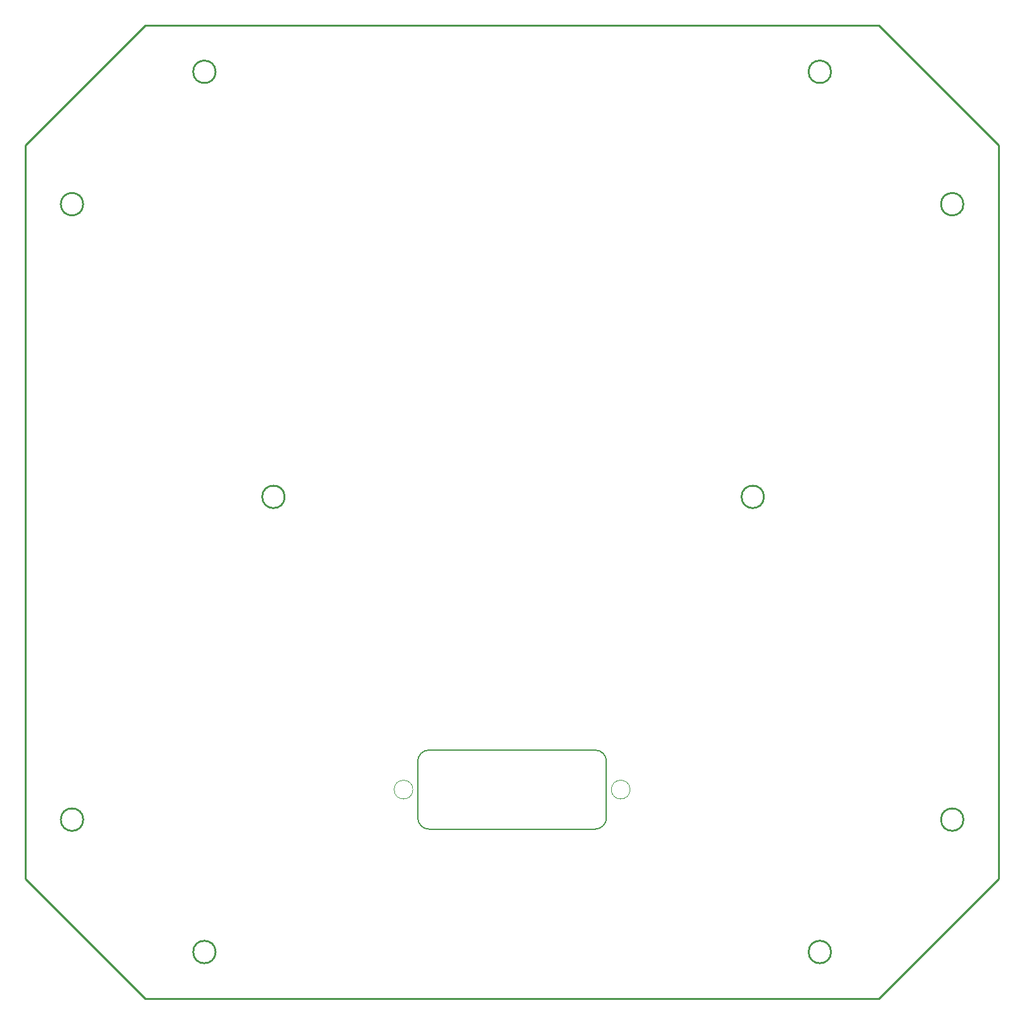
<source format=gbr>
%TF.GenerationSoftware,KiCad,Pcbnew,8.0.7*%
%TF.CreationDate,2025-01-09T15:44:16+07:00*%
%TF.ProjectId,RoboCar_PCB,526f626f-4361-4725-9f50-43422e6b6963,rev?*%
%TF.SameCoordinates,Original*%
%TF.FileFunction,Profile,NP*%
%FSLAX46Y46*%
G04 Gerber Fmt 4.6, Leading zero omitted, Abs format (unit mm)*
G04 Created by KiCad (PCBNEW 8.0.7) date 2025-01-09 15:44:16*
%MOMM*%
%LPD*%
G01*
G04 APERTURE LIST*
%TA.AperFunction,Profile*%
%ADD10C,0.250000*%
%TD*%
%TA.AperFunction,Profile*%
%ADD11C,0.150000*%
%TD*%
%TA.AperFunction,Profile*%
%ADD12C,0.100000*%
%TD*%
G04 APERTURE END LIST*
D10*
X143594903Y-151570267D02*
X159594903Y-135570267D01*
X55004806Y-27802500D02*
G75*
G02*
X52004806Y-27802500I-1500000J0D01*
G01*
X52004806Y-27802500D02*
G75*
G02*
X55004806Y-27802500I1500000J0D01*
G01*
D11*
X107194903Y-119877500D02*
X107194903Y-127427500D01*
X83494903Y-128927500D02*
G75*
G02*
X81994900Y-127427500I-3J1500000D01*
G01*
D10*
X159594903Y-37570267D02*
X143594903Y-21570267D01*
X45594903Y-21570267D02*
X29594903Y-37570267D01*
X159594903Y-135570267D02*
X159594903Y-37570267D01*
D11*
X83494903Y-118377500D02*
X105694903Y-118377500D01*
X105694903Y-128927500D02*
X83494903Y-128927500D01*
X105694903Y-118377500D02*
G75*
G02*
X107194900Y-119877500I-3J-1500000D01*
G01*
D10*
X29594903Y-135570267D02*
X45594903Y-151570267D01*
X137185000Y-27802500D02*
G75*
G02*
X134185000Y-27802500I-1500000J0D01*
G01*
X134185000Y-27802500D02*
G75*
G02*
X137185000Y-27802500I1500000J0D01*
G01*
X55004806Y-145338034D02*
G75*
G02*
X52004806Y-145338034I-1500000J0D01*
G01*
X52004806Y-145338034D02*
G75*
G02*
X55004806Y-145338034I1500000J0D01*
G01*
X37327136Y-45480170D02*
G75*
G02*
X34327136Y-45480170I-1500000J0D01*
G01*
X34327136Y-45480170D02*
G75*
G02*
X37327136Y-45480170I1500000J0D01*
G01*
D11*
X107194903Y-127427500D02*
G75*
G02*
X105694903Y-128927503I-1500003J0D01*
G01*
D10*
X128227768Y-84561038D02*
G75*
G02*
X125227768Y-84561038I-1500000J0D01*
G01*
X125227768Y-84561038D02*
G75*
G02*
X128227768Y-84561038I1500000J0D01*
G01*
D11*
X81994903Y-119877500D02*
G75*
G02*
X83494903Y-118377503I1499997J0D01*
G01*
D10*
X154862670Y-45480170D02*
G75*
G02*
X151862670Y-45480170I-1500000J0D01*
G01*
X151862670Y-45480170D02*
G75*
G02*
X154862670Y-45480170I1500000J0D01*
G01*
X29594903Y-37570267D02*
X29594903Y-135570267D01*
X37327136Y-127660364D02*
G75*
G02*
X34327136Y-127660364I-1500000J0D01*
G01*
X34327136Y-127660364D02*
G75*
G02*
X37327136Y-127660364I1500000J0D01*
G01*
X64227768Y-84561038D02*
G75*
G02*
X61227768Y-84561038I-1500000J0D01*
G01*
X61227768Y-84561038D02*
G75*
G02*
X64227768Y-84561038I1500000J0D01*
G01*
X45594903Y-151570267D02*
X143594903Y-151570267D01*
X143594903Y-21570267D02*
X45594903Y-21570267D01*
D11*
X81994903Y-127427500D02*
X81994903Y-119877500D01*
D10*
X154862670Y-127660364D02*
G75*
G02*
X151862670Y-127660364I-1500000J0D01*
G01*
X151862670Y-127660364D02*
G75*
G02*
X154862670Y-127660364I1500000J0D01*
G01*
X137185000Y-145338034D02*
G75*
G02*
X134185000Y-145338034I-1500000J0D01*
G01*
X134185000Y-145338034D02*
G75*
G02*
X137185000Y-145338034I1500000J0D01*
G01*
D12*
%TO.C,REF\u002A\u002A*%
X81344903Y-123652500D02*
G75*
G02*
X78844903Y-123652500I-1250000J0D01*
G01*
X78844903Y-123652500D02*
G75*
G02*
X81344903Y-123652500I1250000J0D01*
G01*
X110344903Y-123652500D02*
G75*
G02*
X107844903Y-123652500I-1250000J0D01*
G01*
X107844903Y-123652500D02*
G75*
G02*
X110344903Y-123652500I1250000J0D01*
G01*
%TD*%
M02*

</source>
